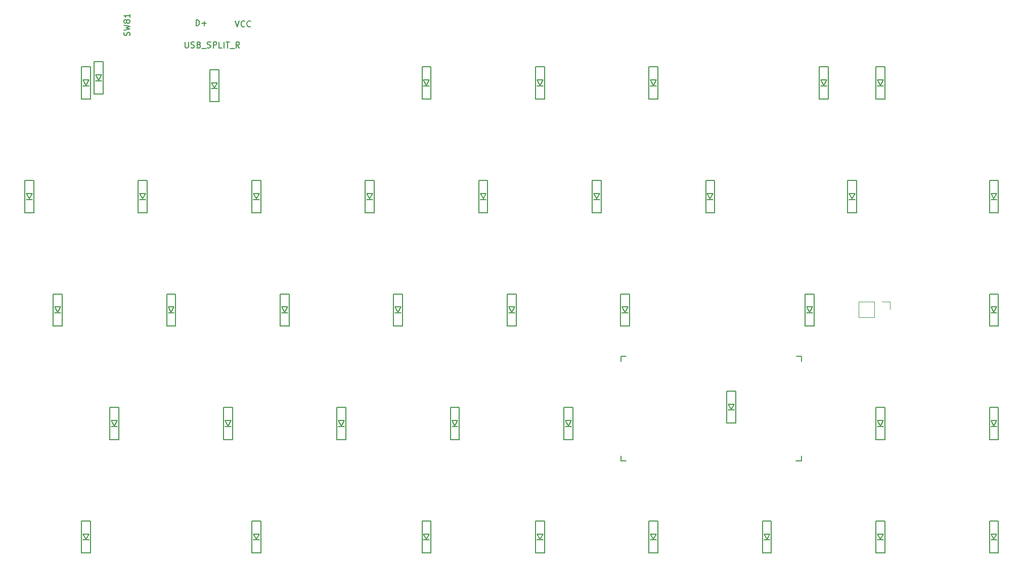
<source format=gbr>
%TF.GenerationSoftware,KiCad,Pcbnew,8.0.8*%
%TF.CreationDate,2025-04-15T16:41:43+09:00*%
%TF.ProjectId,sswkbd_right,7373776b-6264-45f7-9269-6768742e6b69,rev?*%
%TF.SameCoordinates,Original*%
%TF.FileFunction,Legend,Top*%
%TF.FilePolarity,Positive*%
%FSLAX46Y46*%
G04 Gerber Fmt 4.6, Leading zero omitted, Abs format (unit mm)*
G04 Created by KiCad (PCBNEW 8.0.8) date 2025-04-15 16:41:43*
%MOMM*%
%LPD*%
G01*
G04 APERTURE LIST*
%ADD10C,0.150000*%
%ADD11C,0.120000*%
G04 APERTURE END LIST*
D10*
X239500672Y-65744419D02*
X239834005Y-66744419D01*
X239834005Y-66744419D02*
X240167338Y-65744419D01*
X241072100Y-66649180D02*
X241024481Y-66696800D01*
X241024481Y-66696800D02*
X240881624Y-66744419D01*
X240881624Y-66744419D02*
X240786386Y-66744419D01*
X240786386Y-66744419D02*
X240643529Y-66696800D01*
X240643529Y-66696800D02*
X240548291Y-66601561D01*
X240548291Y-66601561D02*
X240500672Y-66506323D01*
X240500672Y-66506323D02*
X240453053Y-66315847D01*
X240453053Y-66315847D02*
X240453053Y-66172990D01*
X240453053Y-66172990D02*
X240500672Y-65982514D01*
X240500672Y-65982514D02*
X240548291Y-65887276D01*
X240548291Y-65887276D02*
X240643529Y-65792038D01*
X240643529Y-65792038D02*
X240786386Y-65744419D01*
X240786386Y-65744419D02*
X240881624Y-65744419D01*
X240881624Y-65744419D02*
X241024481Y-65792038D01*
X241024481Y-65792038D02*
X241072100Y-65839657D01*
X242072100Y-66649180D02*
X242024481Y-66696800D01*
X242024481Y-66696800D02*
X241881624Y-66744419D01*
X241881624Y-66744419D02*
X241786386Y-66744419D01*
X241786386Y-66744419D02*
X241643529Y-66696800D01*
X241643529Y-66696800D02*
X241548291Y-66601561D01*
X241548291Y-66601561D02*
X241500672Y-66506323D01*
X241500672Y-66506323D02*
X241453053Y-66315847D01*
X241453053Y-66315847D02*
X241453053Y-66172990D01*
X241453053Y-66172990D02*
X241500672Y-65982514D01*
X241500672Y-65982514D02*
X241548291Y-65887276D01*
X241548291Y-65887276D02*
X241643529Y-65792038D01*
X241643529Y-65792038D02*
X241786386Y-65744419D01*
X241786386Y-65744419D02*
X241881624Y-65744419D01*
X241881624Y-65744419D02*
X242024481Y-65792038D01*
X242024481Y-65792038D02*
X242072100Y-65839657D01*
X231086590Y-69254019D02*
X231086590Y-70063542D01*
X231086590Y-70063542D02*
X231134209Y-70158780D01*
X231134209Y-70158780D02*
X231181828Y-70206400D01*
X231181828Y-70206400D02*
X231277066Y-70254019D01*
X231277066Y-70254019D02*
X231467542Y-70254019D01*
X231467542Y-70254019D02*
X231562780Y-70206400D01*
X231562780Y-70206400D02*
X231610399Y-70158780D01*
X231610399Y-70158780D02*
X231658018Y-70063542D01*
X231658018Y-70063542D02*
X231658018Y-69254019D01*
X232086590Y-70206400D02*
X232229447Y-70254019D01*
X232229447Y-70254019D02*
X232467542Y-70254019D01*
X232467542Y-70254019D02*
X232562780Y-70206400D01*
X232562780Y-70206400D02*
X232610399Y-70158780D01*
X232610399Y-70158780D02*
X232658018Y-70063542D01*
X232658018Y-70063542D02*
X232658018Y-69968304D01*
X232658018Y-69968304D02*
X232610399Y-69873066D01*
X232610399Y-69873066D02*
X232562780Y-69825447D01*
X232562780Y-69825447D02*
X232467542Y-69777828D01*
X232467542Y-69777828D02*
X232277066Y-69730209D01*
X232277066Y-69730209D02*
X232181828Y-69682590D01*
X232181828Y-69682590D02*
X232134209Y-69634971D01*
X232134209Y-69634971D02*
X232086590Y-69539733D01*
X232086590Y-69539733D02*
X232086590Y-69444495D01*
X232086590Y-69444495D02*
X232134209Y-69349257D01*
X232134209Y-69349257D02*
X232181828Y-69301638D01*
X232181828Y-69301638D02*
X232277066Y-69254019D01*
X232277066Y-69254019D02*
X232515161Y-69254019D01*
X232515161Y-69254019D02*
X232658018Y-69301638D01*
X233419923Y-69730209D02*
X233562780Y-69777828D01*
X233562780Y-69777828D02*
X233610399Y-69825447D01*
X233610399Y-69825447D02*
X233658018Y-69920685D01*
X233658018Y-69920685D02*
X233658018Y-70063542D01*
X233658018Y-70063542D02*
X233610399Y-70158780D01*
X233610399Y-70158780D02*
X233562780Y-70206400D01*
X233562780Y-70206400D02*
X233467542Y-70254019D01*
X233467542Y-70254019D02*
X233086590Y-70254019D01*
X233086590Y-70254019D02*
X233086590Y-69254019D01*
X233086590Y-69254019D02*
X233419923Y-69254019D01*
X233419923Y-69254019D02*
X233515161Y-69301638D01*
X233515161Y-69301638D02*
X233562780Y-69349257D01*
X233562780Y-69349257D02*
X233610399Y-69444495D01*
X233610399Y-69444495D02*
X233610399Y-69539733D01*
X233610399Y-69539733D02*
X233562780Y-69634971D01*
X233562780Y-69634971D02*
X233515161Y-69682590D01*
X233515161Y-69682590D02*
X233419923Y-69730209D01*
X233419923Y-69730209D02*
X233086590Y-69730209D01*
X233848495Y-70349257D02*
X234610399Y-70349257D01*
X234800876Y-70206400D02*
X234943733Y-70254019D01*
X234943733Y-70254019D02*
X235181828Y-70254019D01*
X235181828Y-70254019D02*
X235277066Y-70206400D01*
X235277066Y-70206400D02*
X235324685Y-70158780D01*
X235324685Y-70158780D02*
X235372304Y-70063542D01*
X235372304Y-70063542D02*
X235372304Y-69968304D01*
X235372304Y-69968304D02*
X235324685Y-69873066D01*
X235324685Y-69873066D02*
X235277066Y-69825447D01*
X235277066Y-69825447D02*
X235181828Y-69777828D01*
X235181828Y-69777828D02*
X234991352Y-69730209D01*
X234991352Y-69730209D02*
X234896114Y-69682590D01*
X234896114Y-69682590D02*
X234848495Y-69634971D01*
X234848495Y-69634971D02*
X234800876Y-69539733D01*
X234800876Y-69539733D02*
X234800876Y-69444495D01*
X234800876Y-69444495D02*
X234848495Y-69349257D01*
X234848495Y-69349257D02*
X234896114Y-69301638D01*
X234896114Y-69301638D02*
X234991352Y-69254019D01*
X234991352Y-69254019D02*
X235229447Y-69254019D01*
X235229447Y-69254019D02*
X235372304Y-69301638D01*
X235800876Y-70254019D02*
X235800876Y-69254019D01*
X235800876Y-69254019D02*
X236181828Y-69254019D01*
X236181828Y-69254019D02*
X236277066Y-69301638D01*
X236277066Y-69301638D02*
X236324685Y-69349257D01*
X236324685Y-69349257D02*
X236372304Y-69444495D01*
X236372304Y-69444495D02*
X236372304Y-69587352D01*
X236372304Y-69587352D02*
X236324685Y-69682590D01*
X236324685Y-69682590D02*
X236277066Y-69730209D01*
X236277066Y-69730209D02*
X236181828Y-69777828D01*
X236181828Y-69777828D02*
X235800876Y-69777828D01*
X237277066Y-70254019D02*
X236800876Y-70254019D01*
X236800876Y-70254019D02*
X236800876Y-69254019D01*
X237610400Y-70254019D02*
X237610400Y-69254019D01*
X237943733Y-69254019D02*
X238515161Y-69254019D01*
X238229447Y-70254019D02*
X238229447Y-69254019D01*
X238610400Y-70349257D02*
X239372304Y-70349257D01*
X240181828Y-70254019D02*
X239848495Y-69777828D01*
X239610400Y-70254019D02*
X239610400Y-69254019D01*
X239610400Y-69254019D02*
X239991352Y-69254019D01*
X239991352Y-69254019D02*
X240086590Y-69301638D01*
X240086590Y-69301638D02*
X240134209Y-69349257D01*
X240134209Y-69349257D02*
X240181828Y-69444495D01*
X240181828Y-69444495D02*
X240181828Y-69587352D01*
X240181828Y-69587352D02*
X240134209Y-69682590D01*
X240134209Y-69682590D02*
X240086590Y-69730209D01*
X240086590Y-69730209D02*
X239991352Y-69777828D01*
X239991352Y-69777828D02*
X239610400Y-69777828D01*
X232924579Y-66544819D02*
X232924579Y-65544819D01*
X232924579Y-65544819D02*
X233162674Y-65544819D01*
X233162674Y-65544819D02*
X233305531Y-65592438D01*
X233305531Y-65592438D02*
X233400769Y-65687676D01*
X233400769Y-65687676D02*
X233448388Y-65782914D01*
X233448388Y-65782914D02*
X233496007Y-65973390D01*
X233496007Y-65973390D02*
X233496007Y-66116247D01*
X233496007Y-66116247D02*
X233448388Y-66306723D01*
X233448388Y-66306723D02*
X233400769Y-66401961D01*
X233400769Y-66401961D02*
X233305531Y-66497200D01*
X233305531Y-66497200D02*
X233162674Y-66544819D01*
X233162674Y-66544819D02*
X232924579Y-66544819D01*
X233924579Y-66163866D02*
X234686484Y-66163866D01*
X234305531Y-66544819D02*
X234305531Y-65782914D01*
X221812200Y-68209523D02*
X221859819Y-68066666D01*
X221859819Y-68066666D02*
X221859819Y-67828571D01*
X221859819Y-67828571D02*
X221812200Y-67733333D01*
X221812200Y-67733333D02*
X221764580Y-67685714D01*
X221764580Y-67685714D02*
X221669342Y-67638095D01*
X221669342Y-67638095D02*
X221574104Y-67638095D01*
X221574104Y-67638095D02*
X221478866Y-67685714D01*
X221478866Y-67685714D02*
X221431247Y-67733333D01*
X221431247Y-67733333D02*
X221383628Y-67828571D01*
X221383628Y-67828571D02*
X221336009Y-68019047D01*
X221336009Y-68019047D02*
X221288390Y-68114285D01*
X221288390Y-68114285D02*
X221240771Y-68161904D01*
X221240771Y-68161904D02*
X221145533Y-68209523D01*
X221145533Y-68209523D02*
X221050295Y-68209523D01*
X221050295Y-68209523D02*
X220955057Y-68161904D01*
X220955057Y-68161904D02*
X220907438Y-68114285D01*
X220907438Y-68114285D02*
X220859819Y-68019047D01*
X220859819Y-68019047D02*
X220859819Y-67780952D01*
X220859819Y-67780952D02*
X220907438Y-67638095D01*
X220859819Y-67304761D02*
X221859819Y-67066666D01*
X221859819Y-67066666D02*
X221145533Y-66876190D01*
X221145533Y-66876190D02*
X221859819Y-66685714D01*
X221859819Y-66685714D02*
X220859819Y-66447619D01*
X221288390Y-65923809D02*
X221240771Y-66019047D01*
X221240771Y-66019047D02*
X221193152Y-66066666D01*
X221193152Y-66066666D02*
X221097914Y-66114285D01*
X221097914Y-66114285D02*
X221050295Y-66114285D01*
X221050295Y-66114285D02*
X220955057Y-66066666D01*
X220955057Y-66066666D02*
X220907438Y-66019047D01*
X220907438Y-66019047D02*
X220859819Y-65923809D01*
X220859819Y-65923809D02*
X220859819Y-65733333D01*
X220859819Y-65733333D02*
X220907438Y-65638095D01*
X220907438Y-65638095D02*
X220955057Y-65590476D01*
X220955057Y-65590476D02*
X221050295Y-65542857D01*
X221050295Y-65542857D02*
X221097914Y-65542857D01*
X221097914Y-65542857D02*
X221193152Y-65590476D01*
X221193152Y-65590476D02*
X221240771Y-65638095D01*
X221240771Y-65638095D02*
X221288390Y-65733333D01*
X221288390Y-65733333D02*
X221288390Y-65923809D01*
X221288390Y-65923809D02*
X221336009Y-66019047D01*
X221336009Y-66019047D02*
X221383628Y-66066666D01*
X221383628Y-66066666D02*
X221478866Y-66114285D01*
X221478866Y-66114285D02*
X221669342Y-66114285D01*
X221669342Y-66114285D02*
X221764580Y-66066666D01*
X221764580Y-66066666D02*
X221812200Y-66019047D01*
X221812200Y-66019047D02*
X221859819Y-65923809D01*
X221859819Y-65923809D02*
X221859819Y-65733333D01*
X221859819Y-65733333D02*
X221812200Y-65638095D01*
X221812200Y-65638095D02*
X221764580Y-65590476D01*
X221764580Y-65590476D02*
X221669342Y-65542857D01*
X221669342Y-65542857D02*
X221478866Y-65542857D01*
X221478866Y-65542857D02*
X221383628Y-65590476D01*
X221383628Y-65590476D02*
X221336009Y-65638095D01*
X221336009Y-65638095D02*
X221288390Y-65733333D01*
X221859819Y-64590476D02*
X221859819Y-65161904D01*
X221859819Y-64876190D02*
X220859819Y-64876190D01*
X220859819Y-64876190D02*
X221002676Y-64971428D01*
X221002676Y-64971428D02*
X221097914Y-65066666D01*
X221097914Y-65066666D02*
X221145533Y-65161904D01*
%TO.C,D32*%
X365759249Y-92454950D02*
X365759249Y-97854950D01*
X365759249Y-97854950D02*
X367259249Y-97854950D01*
X366009249Y-94654950D02*
X367009249Y-94654950D01*
X366009249Y-95654950D02*
X367009249Y-95654950D01*
X366509249Y-95554950D02*
X366009249Y-94654950D01*
X367009249Y-94654950D02*
X366509249Y-95554950D01*
X367259249Y-92454950D02*
X365759249Y-92454950D01*
X367259249Y-97854950D02*
X367259249Y-92454950D01*
%TO.C,D73*%
X242284249Y-149504950D02*
X242284249Y-154904950D01*
X242284249Y-154904950D02*
X243784249Y-154904950D01*
X242534249Y-151704950D02*
X243534249Y-151704950D01*
X242534249Y-152704950D02*
X243534249Y-152704950D01*
X243034249Y-152604950D02*
X242534249Y-151704950D01*
X243534249Y-151704950D02*
X243034249Y-152604950D01*
X243784249Y-149504950D02*
X242284249Y-149504950D01*
X243784249Y-154904950D02*
X243784249Y-149504950D01*
%TO.C,D46*%
X304009249Y-111479950D02*
X304009249Y-116879950D01*
X304009249Y-116879950D02*
X305509249Y-116879950D01*
X304259249Y-113679950D02*
X305259249Y-113679950D01*
X304259249Y-114679950D02*
X305259249Y-114679950D01*
X304759249Y-114579950D02*
X304259249Y-113679950D01*
X305259249Y-113679950D02*
X304759249Y-114579950D01*
X305509249Y-111479950D02*
X304009249Y-111479950D01*
X305509249Y-116879950D02*
X305509249Y-111479950D01*
%TO.C,D76*%
X308759249Y-149504950D02*
X308759249Y-154904950D01*
X308759249Y-154904950D02*
X310259249Y-154904950D01*
X309009249Y-151704950D02*
X310009249Y-151704950D01*
X309009249Y-152704950D02*
X310009249Y-152704950D01*
X309509249Y-152604950D02*
X309009249Y-151704950D01*
X310009249Y-151704950D02*
X309509249Y-152604950D01*
X310259249Y-149504950D02*
X308759249Y-149504950D01*
X310259249Y-154904950D02*
X310259249Y-149504950D01*
%TO.C,D74*%
X270759249Y-149504950D02*
X270759249Y-154904950D01*
X270759249Y-154904950D02*
X272259249Y-154904950D01*
X271009249Y-151704950D02*
X272009249Y-151704950D01*
X271009249Y-152704950D02*
X272009249Y-152704950D01*
X271509249Y-152604950D02*
X271009249Y-151704950D01*
X272009249Y-151704950D02*
X271509249Y-152604950D01*
X272259249Y-149504950D02*
X270759249Y-149504950D01*
X272259249Y-154904950D02*
X272259249Y-149504950D01*
%TO.C,D15*%
X346741000Y-73448000D02*
X346741000Y-78848000D01*
X346741000Y-78848000D02*
X348241000Y-78848000D01*
X346991000Y-75648000D02*
X347991000Y-75648000D01*
X346991000Y-76648000D02*
X347991000Y-76648000D01*
X347491000Y-76548000D02*
X346991000Y-75648000D01*
X347991000Y-75648000D02*
X347491000Y-76548000D01*
X348241000Y-73448000D02*
X346741000Y-73448000D01*
X348241000Y-78848000D02*
X348241000Y-73448000D01*
%TO.C,D44*%
X266009249Y-111479950D02*
X266009249Y-116879950D01*
X266009249Y-116879950D02*
X267509249Y-116879950D01*
X266259249Y-113679950D02*
X267259249Y-113679950D01*
X266259249Y-114679950D02*
X267259249Y-114679950D01*
X266759249Y-114579950D02*
X266259249Y-113679950D01*
X267259249Y-113679950D02*
X266759249Y-114579950D01*
X267509249Y-111479950D02*
X266009249Y-111479950D01*
X267509249Y-116879950D02*
X267509249Y-111479950D01*
%TO.C,D43*%
X247009249Y-111479950D02*
X247009249Y-116879950D01*
X247009249Y-116879950D02*
X248509249Y-116879950D01*
X247259249Y-113679950D02*
X248259249Y-113679950D01*
X247259249Y-114679950D02*
X248259249Y-114679950D01*
X247759249Y-114579950D02*
X247259249Y-113679950D01*
X248259249Y-113679950D02*
X247759249Y-114579950D01*
X248509249Y-111479950D02*
X247009249Y-111479950D01*
X248509249Y-116879950D02*
X248509249Y-111479950D01*
%TO.C,D41*%
X209009249Y-111479950D02*
X209009249Y-116879950D01*
X209009249Y-116879950D02*
X210509249Y-116879950D01*
X209259249Y-113679950D02*
X210259249Y-113679950D01*
X209259249Y-114679950D02*
X210259249Y-114679950D01*
X209759249Y-114579950D02*
X209259249Y-113679950D01*
X210259249Y-113679950D02*
X209759249Y-114579950D01*
X210509249Y-111479950D02*
X209009249Y-111479950D01*
X210509249Y-116879950D02*
X210509249Y-111479950D01*
%TO.C,D11*%
X270759249Y-73454950D02*
X270759249Y-78854950D01*
X270759249Y-78854950D02*
X272259249Y-78854950D01*
X271009249Y-75654950D02*
X272009249Y-75654950D01*
X271009249Y-76654950D02*
X272009249Y-76654950D01*
X271509249Y-76554950D02*
X271009249Y-75654950D01*
X272009249Y-75654950D02*
X271509249Y-76554950D01*
X272259249Y-73454950D02*
X270759249Y-73454950D01*
X272259249Y-78854950D02*
X272259249Y-73454950D01*
%TO.C,D59*%
X256509249Y-130504950D02*
X256509249Y-135904950D01*
X256509249Y-135904950D02*
X258009249Y-135904950D01*
X256759249Y-132704950D02*
X257759249Y-132704950D01*
X256759249Y-133704950D02*
X257759249Y-133704950D01*
X257259249Y-133604950D02*
X256759249Y-132704950D01*
X257759249Y-132704950D02*
X257259249Y-133604950D01*
X258009249Y-130504950D02*
X256509249Y-130504950D01*
X258009249Y-135904950D02*
X258009249Y-130504950D01*
%TO.C,D9*%
X215850000Y-72600000D02*
X215850000Y-78000000D01*
X215850000Y-78000000D02*
X217350000Y-78000000D01*
X216100000Y-74800000D02*
X217100000Y-74800000D01*
X216100000Y-75800000D02*
X217100000Y-75800000D01*
X216600000Y-75700000D02*
X216100000Y-74800000D01*
X217100000Y-74800000D02*
X216600000Y-75700000D01*
X217350000Y-72600000D02*
X215850000Y-72600000D01*
X217350000Y-78000000D02*
X217350000Y-72600000D01*
%TO.C,D42*%
X228009249Y-111479950D02*
X228009249Y-116879950D01*
X228009249Y-116879950D02*
X229509249Y-116879950D01*
X228259249Y-113679950D02*
X229259249Y-113679950D01*
X228259249Y-114679950D02*
X229259249Y-114679950D01*
X228759249Y-114579950D02*
X228259249Y-113679950D01*
X229259249Y-113679950D02*
X228759249Y-114579950D01*
X229509249Y-111479950D02*
X228009249Y-111479950D01*
X229509249Y-116879950D02*
X229509249Y-111479950D01*
%TO.C,D64*%
X365759249Y-130504950D02*
X365759249Y-135904950D01*
X365759249Y-135904950D02*
X367259249Y-135904950D01*
X366009249Y-132704950D02*
X367009249Y-132704950D01*
X366009249Y-133704950D02*
X367009249Y-133704950D01*
X366509249Y-133604950D02*
X366009249Y-132704950D01*
X367009249Y-132704950D02*
X366509249Y-133604950D01*
X367259249Y-130504950D02*
X365759249Y-130504950D01*
X367259249Y-135904950D02*
X367259249Y-130504950D01*
D11*
%TO.C,J4*%
X343905000Y-112770000D02*
X343905000Y-115430000D01*
X346505000Y-112770000D02*
X343905000Y-112770000D01*
X346505000Y-112770000D02*
X346505000Y-115430000D01*
X346505000Y-115430000D02*
X343905000Y-115430000D01*
X347775000Y-112770000D02*
X349105000Y-112770000D01*
X349105000Y-112770000D02*
X349105000Y-114100000D01*
D10*
%TO.C,D8*%
X213759249Y-73454950D02*
X213759249Y-78854950D01*
X213759249Y-78854950D02*
X215259249Y-78854950D01*
X214009249Y-75654950D02*
X215009249Y-75654950D01*
X214009249Y-76654950D02*
X215009249Y-76654950D01*
X214509249Y-76554950D02*
X214009249Y-75654950D01*
X215009249Y-75654950D02*
X214509249Y-76554950D01*
X215259249Y-73454950D02*
X213759249Y-73454950D01*
X215259249Y-78854950D02*
X215259249Y-73454950D01*
%TO.C,D45*%
X285009249Y-111479950D02*
X285009249Y-116879950D01*
X285009249Y-116879950D02*
X286509249Y-116879950D01*
X285259249Y-113679950D02*
X286259249Y-113679950D01*
X285259249Y-114679950D02*
X286259249Y-114679950D01*
X285759249Y-114579950D02*
X285259249Y-113679950D01*
X286259249Y-113679950D02*
X285759249Y-114579950D01*
X286509249Y-111479950D02*
X285009249Y-111479950D01*
X286509249Y-116879950D02*
X286509249Y-111479950D01*
%TO.C,D24*%
X204259249Y-92454950D02*
X204259249Y-97854950D01*
X204259249Y-97854950D02*
X205759249Y-97854950D01*
X204509249Y-94654950D02*
X205509249Y-94654950D01*
X204509249Y-95654950D02*
X205509249Y-95654950D01*
X205009249Y-95554950D02*
X204509249Y-94654950D01*
X205509249Y-94654950D02*
X205009249Y-95554950D01*
X205759249Y-92454950D02*
X204259249Y-92454950D01*
X205759249Y-97854950D02*
X205759249Y-92454950D01*
%TO.C,D26*%
X242259249Y-92454950D02*
X242259249Y-97854950D01*
X242259249Y-97854950D02*
X243759249Y-97854950D01*
X242509249Y-94654950D02*
X243509249Y-94654950D01*
X242509249Y-95654950D02*
X243509249Y-95654950D01*
X243009249Y-95554950D02*
X242509249Y-94654950D01*
X243509249Y-94654950D02*
X243009249Y-95554950D01*
X243759249Y-92454950D02*
X242259249Y-92454950D01*
X243759249Y-97854950D02*
X243759249Y-92454950D01*
%TO.C,D14*%
X337284249Y-73454950D02*
X337284249Y-78854950D01*
X337284249Y-78854950D02*
X338784249Y-78854950D01*
X337534249Y-75654950D02*
X338534249Y-75654950D01*
X337534249Y-76654950D02*
X338534249Y-76654950D01*
X338034249Y-76554950D02*
X337534249Y-75654950D01*
X338534249Y-75654950D02*
X338034249Y-76554950D01*
X338784249Y-73454950D02*
X337284249Y-73454950D01*
X338784249Y-78854950D02*
X338784249Y-73454950D01*
%TO.C,D12*%
X289759249Y-73454950D02*
X289759249Y-78854950D01*
X289759249Y-78854950D02*
X291259249Y-78854950D01*
X290009249Y-75654950D02*
X291009249Y-75654950D01*
X290009249Y-76654950D02*
X291009249Y-76654950D01*
X290509249Y-76554950D02*
X290009249Y-75654950D01*
X291009249Y-75654950D02*
X290509249Y-76554950D01*
X291259249Y-73454950D02*
X289759249Y-73454950D01*
X291259249Y-78854950D02*
X291259249Y-73454950D01*
%TO.C,D29*%
X299259249Y-92454950D02*
X299259249Y-97854950D01*
X299259249Y-97854950D02*
X300759249Y-97854950D01*
X299509249Y-94654950D02*
X300509249Y-94654950D01*
X299509249Y-95654950D02*
X300509249Y-95654950D01*
X300009249Y-95554950D02*
X299509249Y-94654950D01*
X300509249Y-94654950D02*
X300009249Y-95554950D01*
X300759249Y-92454950D02*
X299259249Y-92454950D01*
X300759249Y-97854950D02*
X300759249Y-92454950D01*
%TO.C,D47*%
X334909249Y-111479950D02*
X334909249Y-116879950D01*
X334909249Y-116879950D02*
X336409249Y-116879950D01*
X335159249Y-113679950D02*
X336159249Y-113679950D01*
X335159249Y-114679950D02*
X336159249Y-114679950D01*
X335659249Y-114579950D02*
X335159249Y-113679950D01*
X336159249Y-113679950D02*
X335659249Y-114579950D01*
X336409249Y-111479950D02*
X334909249Y-111479950D01*
X336409249Y-116879950D02*
X336409249Y-111479950D01*
%TO.C,D62*%
X321800000Y-127750000D02*
X321800000Y-133150000D01*
X321800000Y-133150000D02*
X323300000Y-133150000D01*
X322050000Y-129950000D02*
X323050000Y-129950000D01*
X322050000Y-130950000D02*
X323050000Y-130950000D01*
X322550000Y-130850000D02*
X322050000Y-129950000D01*
X323050000Y-129950000D02*
X322550000Y-130850000D01*
X323300000Y-127750000D02*
X321800000Y-127750000D01*
X323300000Y-133150000D02*
X323300000Y-127750000D01*
%TO.C,D48*%
X365759249Y-111479950D02*
X365759249Y-116879950D01*
X365759249Y-116879950D02*
X367259249Y-116879950D01*
X366009249Y-113679950D02*
X367009249Y-113679950D01*
X366009249Y-114679950D02*
X367009249Y-114679950D01*
X366509249Y-114579950D02*
X366009249Y-113679950D01*
X367009249Y-113679950D02*
X366509249Y-114579950D01*
X367259249Y-111479950D02*
X365759249Y-111479950D01*
X367259249Y-116879950D02*
X367259249Y-111479950D01*
%TO.C,D25*%
X223259249Y-92454950D02*
X223259249Y-97854950D01*
X223259249Y-97854950D02*
X224759249Y-97854950D01*
X223509249Y-94654950D02*
X224509249Y-94654950D01*
X223509249Y-95654950D02*
X224509249Y-95654950D01*
X224009249Y-95554950D02*
X223509249Y-94654950D01*
X224509249Y-94654950D02*
X224009249Y-95554950D01*
X224759249Y-92454950D02*
X223259249Y-92454950D01*
X224759249Y-97854950D02*
X224759249Y-92454950D01*
%TO.C,D28*%
X280259249Y-92454950D02*
X280259249Y-97854950D01*
X280259249Y-97854950D02*
X281759249Y-97854950D01*
X280509249Y-94654950D02*
X281509249Y-94654950D01*
X280509249Y-95654950D02*
X281509249Y-95654950D01*
X281009249Y-95554950D02*
X280509249Y-94654950D01*
X281509249Y-94654950D02*
X281009249Y-95554950D01*
X281759249Y-92454950D02*
X280259249Y-92454950D01*
X281759249Y-97854950D02*
X281759249Y-92454950D01*
%TO.C,D61*%
X294509249Y-130504950D02*
X294509249Y-135904950D01*
X294509249Y-135904950D02*
X296009249Y-135904950D01*
X294759249Y-132704950D02*
X295759249Y-132704950D01*
X294759249Y-133704950D02*
X295759249Y-133704950D01*
X295259249Y-133604950D02*
X294759249Y-132704950D01*
X295759249Y-132704950D02*
X295259249Y-133604950D01*
X296009249Y-130504950D02*
X294509249Y-130504950D01*
X296009249Y-135904950D02*
X296009249Y-130504950D01*
%TO.C,D77*%
X327759249Y-149504950D02*
X327759249Y-154904950D01*
X327759249Y-154904950D02*
X329259249Y-154904950D01*
X328009249Y-151704950D02*
X329009249Y-151704950D01*
X328009249Y-152704950D02*
X329009249Y-152704950D01*
X328509249Y-152604950D02*
X328009249Y-151704950D01*
X329009249Y-151704950D02*
X328509249Y-152604950D01*
X329259249Y-149504950D02*
X327759249Y-149504950D01*
X329259249Y-154904950D02*
X329259249Y-149504950D01*
%TO.C,U2*%
X304078000Y-121951400D02*
X304078000Y-122751400D01*
X304078000Y-121951400D02*
X304928000Y-121951400D01*
X304078000Y-139451400D02*
X304078000Y-138601400D01*
X304078000Y-139451400D02*
X304928000Y-139451400D01*
X333378000Y-139451400D02*
X334278000Y-139451400D01*
X333428000Y-121951400D02*
X334278000Y-121951400D01*
X334278000Y-121951400D02*
X334278000Y-122811400D01*
X334278000Y-139451400D02*
X334278000Y-138601400D01*
%TO.C,D10*%
X235250000Y-73900000D02*
X235250000Y-79300000D01*
X235250000Y-79300000D02*
X236750000Y-79300000D01*
X235500000Y-76100000D02*
X236500000Y-76100000D01*
X235500000Y-77100000D02*
X236500000Y-77100000D01*
X236000000Y-77000000D02*
X235500000Y-76100000D01*
X236500000Y-76100000D02*
X236000000Y-77000000D01*
X236750000Y-73900000D02*
X235250000Y-73900000D01*
X236750000Y-79300000D02*
X236750000Y-73900000D01*
%TO.C,D57*%
X218509249Y-130504950D02*
X218509249Y-135904950D01*
X218509249Y-135904950D02*
X220009249Y-135904950D01*
X218759249Y-132704950D02*
X219759249Y-132704950D01*
X218759249Y-133704950D02*
X219759249Y-133704950D01*
X219259249Y-133604950D02*
X218759249Y-132704950D01*
X219759249Y-132704950D02*
X219259249Y-133604950D01*
X220009249Y-130504950D02*
X218509249Y-130504950D01*
X220009249Y-135904950D02*
X220009249Y-130504950D01*
%TO.C,D75*%
X289759249Y-149504950D02*
X289759249Y-154904950D01*
X289759249Y-154904950D02*
X291259249Y-154904950D01*
X290009249Y-151704950D02*
X291009249Y-151704950D01*
X290009249Y-152704950D02*
X291009249Y-152704950D01*
X290509249Y-152604950D02*
X290009249Y-151704950D01*
X291009249Y-151704950D02*
X290509249Y-152604950D01*
X291259249Y-149504950D02*
X289759249Y-149504950D01*
X291259249Y-154904950D02*
X291259249Y-149504950D01*
%TO.C,D60*%
X275509249Y-130504950D02*
X275509249Y-135904950D01*
X275509249Y-135904950D02*
X277009249Y-135904950D01*
X275759249Y-132704950D02*
X276759249Y-132704950D01*
X275759249Y-133704950D02*
X276759249Y-133704950D01*
X276259249Y-133604950D02*
X275759249Y-132704950D01*
X276759249Y-132704950D02*
X276259249Y-133604950D01*
X277009249Y-130504950D02*
X275509249Y-130504950D01*
X277009249Y-135904950D02*
X277009249Y-130504950D01*
%TO.C,D13*%
X308759249Y-73454950D02*
X308759249Y-78854950D01*
X308759249Y-78854950D02*
X310259249Y-78854950D01*
X309009249Y-75654950D02*
X310009249Y-75654950D01*
X309009249Y-76654950D02*
X310009249Y-76654950D01*
X309509249Y-76554950D02*
X309009249Y-75654950D01*
X310009249Y-75654950D02*
X309509249Y-76554950D01*
X310259249Y-73454950D02*
X308759249Y-73454950D01*
X310259249Y-78854950D02*
X310259249Y-73454950D01*
%TO.C,D27*%
X261259249Y-92454950D02*
X261259249Y-97854950D01*
X261259249Y-97854950D02*
X262759249Y-97854950D01*
X261509249Y-94654950D02*
X262509249Y-94654950D01*
X261509249Y-95654950D02*
X262509249Y-95654950D01*
X262009249Y-95554950D02*
X261509249Y-94654950D01*
X262509249Y-94654950D02*
X262009249Y-95554950D01*
X262759249Y-92454950D02*
X261259249Y-92454950D01*
X262759249Y-97854950D02*
X262759249Y-92454950D01*
%TO.C,D79*%
X365759249Y-149504950D02*
X365759249Y-154904950D01*
X365759249Y-154904950D02*
X367259249Y-154904950D01*
X366009249Y-151704950D02*
X367009249Y-151704950D01*
X366009249Y-152704950D02*
X367009249Y-152704950D01*
X366509249Y-152604950D02*
X366009249Y-151704950D01*
X367009249Y-151704950D02*
X366509249Y-152604950D01*
X367259249Y-149504950D02*
X365759249Y-149504950D01*
X367259249Y-154904950D02*
X367259249Y-149504950D01*
%TO.C,D78*%
X346759249Y-149504950D02*
X346759249Y-154904950D01*
X346759249Y-154904950D02*
X348259249Y-154904950D01*
X347009249Y-151704950D02*
X348009249Y-151704950D01*
X347009249Y-152704950D02*
X348009249Y-152704950D01*
X347509249Y-152604950D02*
X347009249Y-151704950D01*
X348009249Y-151704950D02*
X347509249Y-152604950D01*
X348259249Y-149504950D02*
X346759249Y-149504950D01*
X348259249Y-154904950D02*
X348259249Y-149504950D01*
%TO.C,D58*%
X237509249Y-130504950D02*
X237509249Y-135904950D01*
X237509249Y-135904950D02*
X239009249Y-135904950D01*
X237759249Y-132704950D02*
X238759249Y-132704950D01*
X237759249Y-133704950D02*
X238759249Y-133704950D01*
X238259249Y-133604950D02*
X237759249Y-132704950D01*
X238759249Y-132704950D02*
X238259249Y-133604950D01*
X239009249Y-130504950D02*
X237509249Y-130504950D01*
X239009249Y-135904950D02*
X239009249Y-130504950D01*
%TO.C,D31*%
X342034249Y-92454950D02*
X342034249Y-97854950D01*
X342034249Y-97854950D02*
X343534249Y-97854950D01*
X342284249Y-94654950D02*
X343284249Y-94654950D01*
X342284249Y-95654950D02*
X343284249Y-95654950D01*
X342784249Y-95554950D02*
X342284249Y-94654950D01*
X343284249Y-94654950D02*
X342784249Y-95554950D01*
X343534249Y-92454950D02*
X342034249Y-92454950D01*
X343534249Y-97854950D02*
X343534249Y-92454950D01*
%TO.C,D72*%
X213759249Y-149504950D02*
X213759249Y-154904950D01*
X213759249Y-154904950D02*
X215259249Y-154904950D01*
X214009249Y-151704950D02*
X215009249Y-151704950D01*
X214009249Y-152704950D02*
X215009249Y-152704950D01*
X214509249Y-152604950D02*
X214009249Y-151704950D01*
X215009249Y-151704950D02*
X214509249Y-152604950D01*
X215259249Y-149504950D02*
X213759249Y-149504950D01*
X215259249Y-154904950D02*
X215259249Y-149504950D01*
%TO.C,D30*%
X318259249Y-92454950D02*
X318259249Y-97854950D01*
X318259249Y-97854950D02*
X319759249Y-97854950D01*
X318509249Y-94654950D02*
X319509249Y-94654950D01*
X318509249Y-95654950D02*
X319509249Y-95654950D01*
X319009249Y-95554950D02*
X318509249Y-94654950D01*
X319509249Y-94654950D02*
X319009249Y-95554950D01*
X319759249Y-92454950D02*
X318259249Y-92454950D01*
X319759249Y-97854950D02*
X319759249Y-92454950D01*
%TO.C,D63*%
X346759249Y-130504950D02*
X346759249Y-135904950D01*
X346759249Y-135904950D02*
X348259249Y-135904950D01*
X347009249Y-132704950D02*
X348009249Y-132704950D01*
X347009249Y-133704950D02*
X348009249Y-133704950D01*
X347509249Y-133604950D02*
X347009249Y-132704950D01*
X348009249Y-132704950D02*
X347509249Y-133604950D01*
X348259249Y-130504950D02*
X346759249Y-130504950D01*
X348259249Y-135904950D02*
X348259249Y-130504950D01*
%TD*%
M02*

</source>
